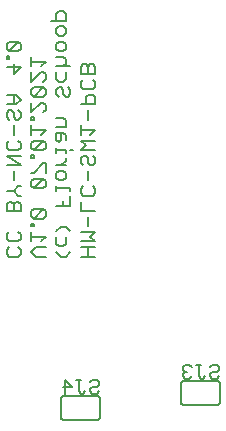
<source format=gbo>
G75*
%MOIN*%
%OFA0B0*%
%FSLAX25Y25*%
%IPPOS*%
%LPD*%
%AMOC8*
5,1,8,0,0,1.08239X$1,22.5*
%
%ADD10C,0.00800*%
%ADD11C,0.00600*%
%ADD12C,0.00500*%
D10*
X0025473Y0087187D02*
X0024687Y0087973D01*
X0024687Y0089545D01*
X0025473Y0090331D01*
X0025473Y0092263D02*
X0024687Y0093049D01*
X0024687Y0094621D01*
X0025473Y0095406D01*
X0025473Y0092263D02*
X0028617Y0092263D01*
X0029403Y0093049D01*
X0029403Y0094621D01*
X0028617Y0095406D01*
X0028617Y0090331D02*
X0029403Y0089545D01*
X0029403Y0087973D01*
X0028617Y0087187D01*
X0025473Y0087187D01*
X0032955Y0088759D02*
X0034527Y0090331D01*
X0037671Y0090331D01*
X0036099Y0092263D02*
X0037671Y0093835D01*
X0032955Y0093835D01*
X0032955Y0095406D02*
X0032955Y0092263D01*
X0032955Y0088759D02*
X0034527Y0087187D01*
X0037671Y0087187D01*
X0041223Y0088759D02*
X0042795Y0087187D01*
X0044367Y0087187D01*
X0045939Y0088759D01*
X0043581Y0090571D02*
X0044367Y0091357D01*
X0044367Y0093715D01*
X0045939Y0095646D02*
X0044367Y0097218D01*
X0042795Y0097218D01*
X0041223Y0095646D01*
X0041223Y0093715D02*
X0041223Y0091357D01*
X0042009Y0090571D01*
X0043581Y0090571D01*
X0049491Y0090331D02*
X0054206Y0090331D01*
X0054206Y0092263D02*
X0052634Y0093835D01*
X0054206Y0095406D01*
X0049491Y0095406D01*
X0051848Y0097338D02*
X0051848Y0100482D01*
X0049491Y0102413D02*
X0049491Y0105557D01*
X0050277Y0107488D02*
X0049491Y0108274D01*
X0049491Y0109846D01*
X0050277Y0110632D01*
X0051848Y0112563D02*
X0051848Y0115707D01*
X0052634Y0117639D02*
X0051848Y0118425D01*
X0051848Y0119996D01*
X0051062Y0120782D01*
X0050277Y0120782D01*
X0049491Y0119996D01*
X0049491Y0118425D01*
X0050277Y0117639D01*
X0052634Y0117639D02*
X0053420Y0117639D01*
X0054206Y0118425D01*
X0054206Y0119996D01*
X0053420Y0120782D01*
X0054206Y0122714D02*
X0049491Y0122714D01*
X0051062Y0124286D01*
X0049491Y0125858D01*
X0054206Y0125858D01*
X0052634Y0127789D02*
X0054206Y0129361D01*
X0049491Y0129361D01*
X0049491Y0127789D02*
X0049491Y0130933D01*
X0051848Y0132864D02*
X0051848Y0136008D01*
X0051062Y0137939D02*
X0051062Y0140297D01*
X0051848Y0141083D01*
X0053420Y0141083D01*
X0054206Y0140297D01*
X0054206Y0137939D01*
X0049491Y0137939D01*
X0045939Y0141263D02*
X0045153Y0140477D01*
X0044367Y0140477D01*
X0043581Y0141263D01*
X0043581Y0142835D01*
X0042795Y0143621D01*
X0042009Y0143621D01*
X0041223Y0142835D01*
X0041223Y0141263D01*
X0042009Y0140477D01*
X0045939Y0141263D02*
X0045939Y0142835D01*
X0045153Y0143621D01*
X0043581Y0145552D02*
X0042009Y0145552D01*
X0041223Y0146338D01*
X0041223Y0148696D01*
X0041223Y0150627D02*
X0045939Y0150627D01*
X0044367Y0151413D02*
X0044367Y0152985D01*
X0043581Y0153771D01*
X0041223Y0153771D01*
X0042009Y0155703D02*
X0041223Y0156489D01*
X0041223Y0158060D01*
X0042009Y0158846D01*
X0043581Y0158846D01*
X0044367Y0158060D01*
X0044367Y0156489D01*
X0043581Y0155703D01*
X0042009Y0155703D01*
X0044367Y0151413D02*
X0043581Y0150627D01*
X0044367Y0148696D02*
X0044367Y0146338D01*
X0043581Y0145552D01*
X0049491Y0145372D02*
X0050277Y0146158D01*
X0049491Y0145372D02*
X0049491Y0143801D01*
X0050277Y0143015D01*
X0053420Y0143015D01*
X0054206Y0143801D01*
X0054206Y0145372D01*
X0053420Y0146158D01*
X0054206Y0148090D02*
X0054206Y0150448D01*
X0053420Y0151234D01*
X0052634Y0151234D01*
X0051848Y0150448D01*
X0051848Y0148090D01*
X0049491Y0148090D02*
X0049491Y0150448D01*
X0050277Y0151234D01*
X0051062Y0151234D01*
X0051848Y0150448D01*
X0049491Y0148090D02*
X0054206Y0148090D01*
X0043581Y0160778D02*
X0042009Y0160778D01*
X0041223Y0161564D01*
X0041223Y0163136D01*
X0042009Y0163922D01*
X0043581Y0163922D01*
X0044367Y0163136D01*
X0044367Y0161564D01*
X0043581Y0160778D01*
X0044367Y0165853D02*
X0044367Y0168211D01*
X0043581Y0168997D01*
X0042009Y0168997D01*
X0041223Y0168211D01*
X0041223Y0165853D01*
X0039651Y0165853D02*
X0044367Y0165853D01*
X0037671Y0152199D02*
X0032955Y0152199D01*
X0032955Y0150627D02*
X0032955Y0153771D01*
X0036099Y0150627D02*
X0037671Y0152199D01*
X0036885Y0148696D02*
X0036099Y0148696D01*
X0032955Y0145552D01*
X0032955Y0148696D01*
X0036885Y0148696D02*
X0037671Y0147910D01*
X0037671Y0146338D01*
X0036885Y0145552D01*
X0036885Y0143621D02*
X0033741Y0140477D01*
X0032955Y0141263D01*
X0032955Y0142835D01*
X0033741Y0143621D01*
X0036885Y0143621D01*
X0037671Y0142835D01*
X0037671Y0141263D01*
X0036885Y0140477D01*
X0033741Y0140477D01*
X0032955Y0138546D02*
X0032955Y0135402D01*
X0036099Y0138546D01*
X0036885Y0138546D01*
X0037671Y0137760D01*
X0037671Y0136188D01*
X0036885Y0135402D01*
X0033741Y0133650D02*
X0032955Y0133650D01*
X0032955Y0132864D01*
X0033741Y0132864D01*
X0033741Y0133650D01*
X0032955Y0130933D02*
X0032955Y0127789D01*
X0032955Y0129361D02*
X0037671Y0129361D01*
X0036099Y0127789D01*
X0036885Y0125858D02*
X0033741Y0125858D01*
X0032955Y0125072D01*
X0032955Y0123500D01*
X0033741Y0122714D01*
X0036885Y0125858D01*
X0037671Y0125072D01*
X0037671Y0123500D01*
X0036885Y0122714D01*
X0033741Y0122714D01*
X0033741Y0120962D02*
X0032955Y0120962D01*
X0032955Y0120176D01*
X0033741Y0120176D01*
X0033741Y0120962D01*
X0036885Y0118245D02*
X0033741Y0115101D01*
X0032955Y0115101D01*
X0033741Y0113170D02*
X0032955Y0112384D01*
X0032955Y0110812D01*
X0033741Y0110026D01*
X0036885Y0113170D01*
X0033741Y0113170D01*
X0033741Y0110026D02*
X0036885Y0110026D01*
X0037671Y0110812D01*
X0037671Y0112384D01*
X0036885Y0113170D01*
X0037671Y0115101D02*
X0037671Y0118245D01*
X0036885Y0118245D01*
X0041223Y0117639D02*
X0044367Y0117639D01*
X0044367Y0119211D02*
X0044367Y0119996D01*
X0044367Y0119211D02*
X0042795Y0117639D01*
X0042009Y0115707D02*
X0043581Y0115707D01*
X0044367Y0114921D01*
X0044367Y0113349D01*
X0043581Y0112563D01*
X0042009Y0112563D01*
X0041223Y0113349D01*
X0041223Y0114921D01*
X0042009Y0115707D01*
X0041223Y0110752D02*
X0041223Y0109180D01*
X0041223Y0109966D02*
X0045939Y0109966D01*
X0045939Y0109180D01*
X0045939Y0107249D02*
X0045939Y0104105D01*
X0041223Y0104105D01*
X0043581Y0104105D02*
X0043581Y0105677D01*
X0049491Y0102413D02*
X0054206Y0102413D01*
X0053420Y0107488D02*
X0050277Y0107488D01*
X0053420Y0107488D02*
X0054206Y0108274D01*
X0054206Y0109846D01*
X0053420Y0110632D01*
X0046725Y0122654D02*
X0045939Y0122654D01*
X0044367Y0122654D02*
X0044367Y0121868D01*
X0044367Y0122654D02*
X0041223Y0122654D01*
X0041223Y0121868D02*
X0041223Y0123440D01*
X0042009Y0125251D02*
X0041223Y0126037D01*
X0041223Y0128395D01*
X0043581Y0128395D01*
X0044367Y0127609D01*
X0044367Y0126037D01*
X0042795Y0126037D02*
X0042795Y0128395D01*
X0042795Y0126037D02*
X0042009Y0125251D01*
X0041223Y0130327D02*
X0044367Y0130327D01*
X0044367Y0132684D01*
X0043581Y0133470D01*
X0041223Y0133470D01*
X0029403Y0133650D02*
X0028617Y0132864D01*
X0027831Y0132864D01*
X0027045Y0133650D01*
X0027045Y0135222D01*
X0026259Y0136008D01*
X0025473Y0136008D01*
X0024687Y0135222D01*
X0024687Y0133650D01*
X0025473Y0132864D01*
X0027045Y0130933D02*
X0027045Y0127789D01*
X0025473Y0125858D02*
X0024687Y0125072D01*
X0024687Y0123500D01*
X0025473Y0122714D01*
X0028617Y0122714D01*
X0029403Y0123500D01*
X0029403Y0125072D01*
X0028617Y0125858D01*
X0029403Y0120782D02*
X0024687Y0120782D01*
X0029403Y0117639D01*
X0024687Y0117639D01*
X0027045Y0115707D02*
X0027045Y0112563D01*
X0028617Y0110632D02*
X0029403Y0110632D01*
X0028617Y0110632D02*
X0027045Y0109060D01*
X0024687Y0109060D01*
X0027045Y0109060D02*
X0028617Y0107488D01*
X0029403Y0107488D01*
X0028617Y0105557D02*
X0029403Y0104771D01*
X0029403Y0102413D01*
X0024687Y0102413D01*
X0024687Y0104771D01*
X0025473Y0105557D01*
X0026259Y0105557D01*
X0027045Y0104771D01*
X0027045Y0102413D01*
X0027045Y0104771D02*
X0027831Y0105557D01*
X0028617Y0105557D01*
X0032955Y0102233D02*
X0032955Y0100661D01*
X0033741Y0099875D01*
X0036885Y0103019D01*
X0033741Y0103019D01*
X0032955Y0102233D01*
X0033741Y0099875D02*
X0036885Y0099875D01*
X0037671Y0100661D01*
X0037671Y0102233D01*
X0036885Y0103019D01*
X0033741Y0098124D02*
X0032955Y0098124D01*
X0032955Y0097338D01*
X0033741Y0097338D01*
X0033741Y0098124D01*
X0049491Y0092263D02*
X0054206Y0092263D01*
X0051848Y0090331D02*
X0051848Y0087187D01*
X0049491Y0087187D02*
X0054206Y0087187D01*
X0029403Y0133650D02*
X0029403Y0135222D01*
X0028617Y0136008D01*
X0027831Y0137939D02*
X0029403Y0139511D01*
X0027831Y0141083D01*
X0024687Y0141083D01*
X0027045Y0141083D02*
X0027045Y0137939D01*
X0027831Y0137939D02*
X0024687Y0137939D01*
X0027045Y0148090D02*
X0027045Y0151234D01*
X0024687Y0150448D02*
X0029403Y0150448D01*
X0027045Y0148090D01*
X0025473Y0153165D02*
X0024687Y0153165D01*
X0024687Y0153951D01*
X0025473Y0153951D01*
X0025473Y0153165D01*
X0025473Y0155703D02*
X0024687Y0156489D01*
X0024687Y0158060D01*
X0025473Y0158846D01*
X0028617Y0158846D01*
X0025473Y0155703D01*
X0028617Y0155703D01*
X0029403Y0156489D01*
X0029403Y0158060D01*
X0028617Y0158846D01*
D11*
X0042787Y0039787D02*
X0042787Y0033787D01*
X0042789Y0033727D01*
X0042794Y0033666D01*
X0042803Y0033607D01*
X0042816Y0033548D01*
X0042832Y0033489D01*
X0042852Y0033432D01*
X0042875Y0033377D01*
X0042902Y0033322D01*
X0042931Y0033270D01*
X0042964Y0033219D01*
X0043000Y0033170D01*
X0043038Y0033124D01*
X0043080Y0033080D01*
X0043124Y0033038D01*
X0043170Y0033000D01*
X0043219Y0032964D01*
X0043270Y0032931D01*
X0043322Y0032902D01*
X0043377Y0032875D01*
X0043432Y0032852D01*
X0043489Y0032832D01*
X0043548Y0032816D01*
X0043607Y0032803D01*
X0043666Y0032794D01*
X0043727Y0032789D01*
X0043787Y0032787D01*
X0054787Y0032787D01*
X0054847Y0032789D01*
X0054908Y0032794D01*
X0054967Y0032803D01*
X0055026Y0032816D01*
X0055085Y0032832D01*
X0055142Y0032852D01*
X0055197Y0032875D01*
X0055252Y0032902D01*
X0055304Y0032931D01*
X0055355Y0032964D01*
X0055404Y0033000D01*
X0055450Y0033038D01*
X0055494Y0033080D01*
X0055536Y0033124D01*
X0055574Y0033170D01*
X0055610Y0033219D01*
X0055643Y0033270D01*
X0055672Y0033322D01*
X0055699Y0033377D01*
X0055722Y0033432D01*
X0055742Y0033489D01*
X0055758Y0033548D01*
X0055771Y0033607D01*
X0055780Y0033666D01*
X0055785Y0033727D01*
X0055787Y0033787D01*
X0055787Y0039787D01*
X0055785Y0039847D01*
X0055780Y0039908D01*
X0055771Y0039967D01*
X0055758Y0040026D01*
X0055742Y0040085D01*
X0055722Y0040142D01*
X0055699Y0040197D01*
X0055672Y0040252D01*
X0055643Y0040304D01*
X0055610Y0040355D01*
X0055574Y0040404D01*
X0055536Y0040450D01*
X0055494Y0040494D01*
X0055450Y0040536D01*
X0055404Y0040574D01*
X0055355Y0040610D01*
X0055304Y0040643D01*
X0055252Y0040672D01*
X0055197Y0040699D01*
X0055142Y0040722D01*
X0055085Y0040742D01*
X0055026Y0040758D01*
X0054967Y0040771D01*
X0054908Y0040780D01*
X0054847Y0040785D01*
X0054787Y0040787D01*
X0043787Y0040787D01*
X0043727Y0040785D01*
X0043666Y0040780D01*
X0043607Y0040771D01*
X0043548Y0040758D01*
X0043489Y0040742D01*
X0043432Y0040722D01*
X0043377Y0040699D01*
X0043322Y0040672D01*
X0043270Y0040643D01*
X0043219Y0040610D01*
X0043170Y0040574D01*
X0043124Y0040536D01*
X0043080Y0040494D01*
X0043038Y0040450D01*
X0043000Y0040404D01*
X0042964Y0040355D01*
X0042931Y0040304D01*
X0042902Y0040252D01*
X0042875Y0040197D01*
X0042852Y0040142D01*
X0042832Y0040085D01*
X0042816Y0040026D01*
X0042803Y0039967D01*
X0042794Y0039908D01*
X0042789Y0039847D01*
X0042787Y0039787D01*
X0082787Y0038787D02*
X0082787Y0044787D01*
X0082789Y0044847D01*
X0082794Y0044908D01*
X0082803Y0044967D01*
X0082816Y0045026D01*
X0082832Y0045085D01*
X0082852Y0045142D01*
X0082875Y0045197D01*
X0082902Y0045252D01*
X0082931Y0045304D01*
X0082964Y0045355D01*
X0083000Y0045404D01*
X0083038Y0045450D01*
X0083080Y0045494D01*
X0083124Y0045536D01*
X0083170Y0045574D01*
X0083219Y0045610D01*
X0083270Y0045643D01*
X0083322Y0045672D01*
X0083377Y0045699D01*
X0083432Y0045722D01*
X0083489Y0045742D01*
X0083548Y0045758D01*
X0083607Y0045771D01*
X0083666Y0045780D01*
X0083727Y0045785D01*
X0083787Y0045787D01*
X0094787Y0045787D01*
X0094847Y0045785D01*
X0094908Y0045780D01*
X0094967Y0045771D01*
X0095026Y0045758D01*
X0095085Y0045742D01*
X0095142Y0045722D01*
X0095197Y0045699D01*
X0095252Y0045672D01*
X0095304Y0045643D01*
X0095355Y0045610D01*
X0095404Y0045574D01*
X0095450Y0045536D01*
X0095494Y0045494D01*
X0095536Y0045450D01*
X0095574Y0045404D01*
X0095610Y0045355D01*
X0095643Y0045304D01*
X0095672Y0045252D01*
X0095699Y0045197D01*
X0095722Y0045142D01*
X0095742Y0045085D01*
X0095758Y0045026D01*
X0095771Y0044967D01*
X0095780Y0044908D01*
X0095785Y0044847D01*
X0095787Y0044787D01*
X0095787Y0038787D01*
X0095785Y0038727D01*
X0095780Y0038666D01*
X0095771Y0038607D01*
X0095758Y0038548D01*
X0095742Y0038489D01*
X0095722Y0038432D01*
X0095699Y0038377D01*
X0095672Y0038322D01*
X0095643Y0038270D01*
X0095610Y0038219D01*
X0095574Y0038170D01*
X0095536Y0038124D01*
X0095494Y0038080D01*
X0095450Y0038038D01*
X0095404Y0038000D01*
X0095355Y0037964D01*
X0095304Y0037931D01*
X0095252Y0037902D01*
X0095197Y0037875D01*
X0095142Y0037852D01*
X0095085Y0037832D01*
X0095026Y0037816D01*
X0094967Y0037803D01*
X0094908Y0037794D01*
X0094847Y0037789D01*
X0094787Y0037787D01*
X0083787Y0037787D01*
X0083727Y0037789D01*
X0083666Y0037794D01*
X0083607Y0037803D01*
X0083548Y0037816D01*
X0083489Y0037832D01*
X0083432Y0037852D01*
X0083377Y0037875D01*
X0083322Y0037902D01*
X0083270Y0037931D01*
X0083219Y0037964D01*
X0083170Y0038000D01*
X0083124Y0038038D01*
X0083080Y0038080D01*
X0083038Y0038124D01*
X0083000Y0038170D01*
X0082964Y0038219D01*
X0082931Y0038270D01*
X0082902Y0038322D01*
X0082875Y0038377D01*
X0082852Y0038432D01*
X0082832Y0038489D01*
X0082816Y0038548D01*
X0082803Y0038607D01*
X0082794Y0038666D01*
X0082789Y0038727D01*
X0082787Y0038787D01*
D12*
X0084078Y0046537D02*
X0085579Y0046537D01*
X0086330Y0047288D01*
X0084828Y0048789D02*
X0084078Y0048789D01*
X0083327Y0048039D01*
X0083327Y0047288D01*
X0084078Y0046537D01*
X0084078Y0048789D02*
X0083327Y0049540D01*
X0083327Y0050291D01*
X0084078Y0051041D01*
X0085579Y0051041D01*
X0086330Y0050291D01*
X0087931Y0051041D02*
X0089432Y0051041D01*
X0088682Y0051041D02*
X0088682Y0047288D01*
X0089432Y0046537D01*
X0090183Y0046537D01*
X0090933Y0047288D01*
X0092535Y0047288D02*
X0092535Y0048039D01*
X0093285Y0048789D01*
X0094787Y0048789D01*
X0095537Y0049540D01*
X0095537Y0050291D01*
X0094787Y0051041D01*
X0093285Y0051041D01*
X0092535Y0050291D01*
X0092535Y0047288D02*
X0093285Y0046537D01*
X0094787Y0046537D01*
X0095537Y0047288D01*
X0055537Y0045291D02*
X0055537Y0044540D01*
X0054787Y0043789D01*
X0053285Y0043789D01*
X0052535Y0043039D01*
X0052535Y0042288D01*
X0053285Y0041537D01*
X0054787Y0041537D01*
X0055537Y0042288D01*
X0055537Y0045291D02*
X0054787Y0046041D01*
X0053285Y0046041D01*
X0052535Y0045291D01*
X0050933Y0042288D02*
X0050183Y0041537D01*
X0049432Y0041537D01*
X0048682Y0042288D01*
X0048682Y0046041D01*
X0049432Y0046041D02*
X0047931Y0046041D01*
X0046330Y0043789D02*
X0043327Y0043789D01*
X0044078Y0041537D02*
X0044078Y0046041D01*
X0046330Y0043789D01*
M02*

</source>
